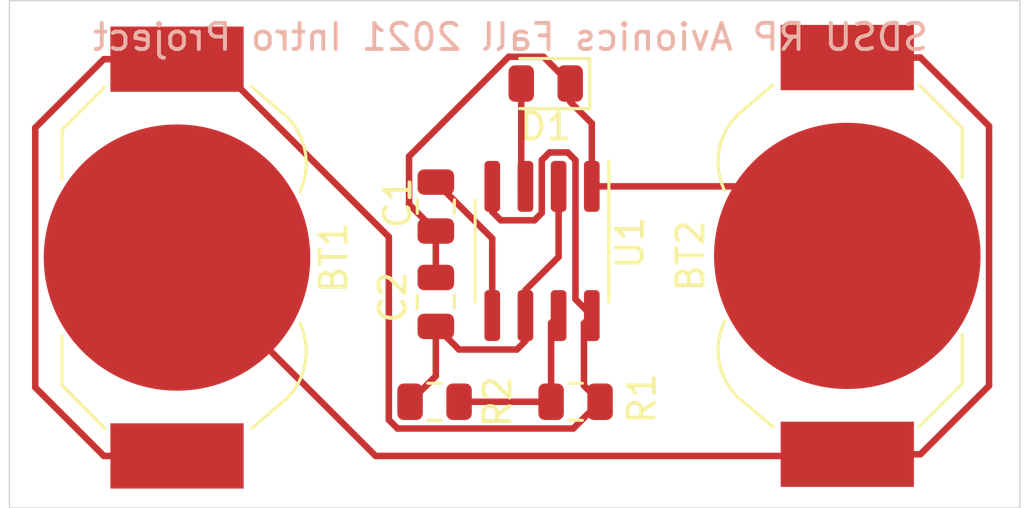
<source format=kicad_pcb>
(kicad_pcb (version 20171130) (host pcbnew "(5.1.5)-3")

  (general
    (thickness 1.6)
    (drawings 5)
    (tracks 65)
    (zones 0)
    (modules 8)
    (nets 8)
  )

  (page A4)
  (layers
    (0 F.Cu signal)
    (31 B.Cu signal)
    (32 B.Adhes user)
    (33 F.Adhes user)
    (34 B.Paste user)
    (35 F.Paste user)
    (36 B.SilkS user)
    (37 F.SilkS user)
    (38 B.Mask user)
    (39 F.Mask user)
    (40 Dwgs.User user)
    (41 Cmts.User user)
    (42 Eco1.User user)
    (43 Eco2.User user)
    (44 Edge.Cuts user)
    (45 Margin user)
    (46 B.CrtYd user hide)
    (47 F.CrtYd user hide)
    (48 B.Fab user)
    (49 F.Fab user hide)
  )

  (setup
    (last_trace_width 0.25)
    (trace_clearance 0.2)
    (zone_clearance 0.508)
    (zone_45_only no)
    (trace_min 0.2)
    (via_size 0.8)
    (via_drill 0.4)
    (via_min_size 0.4)
    (via_min_drill 0.3)
    (uvia_size 0.3)
    (uvia_drill 0.1)
    (uvias_allowed no)
    (uvia_min_size 0.2)
    (uvia_min_drill 0.1)
    (edge_width 0.05)
    (segment_width 0.2)
    (pcb_text_width 0.3)
    (pcb_text_size 1.5 1.5)
    (mod_edge_width 0.12)
    (mod_text_size 1 1)
    (mod_text_width 0.15)
    (pad_size 1.524 1.524)
    (pad_drill 0.762)
    (pad_to_mask_clearance 0.051)
    (solder_mask_min_width 0.25)
    (aux_axis_origin 0 0)
    (visible_elements FFFFFF7F)
    (pcbplotparams
      (layerselection 0x010fc_ffffffff)
      (usegerberextensions false)
      (usegerberattributes false)
      (usegerberadvancedattributes false)
      (creategerberjobfile false)
      (excludeedgelayer true)
      (linewidth 0.100000)
      (plotframeref false)
      (viasonmask false)
      (mode 1)
      (useauxorigin false)
      (hpglpennumber 1)
      (hpglpenspeed 20)
      (hpglpendiameter 15.000000)
      (psnegative false)
      (psa4output false)
      (plotreference true)
      (plotvalue true)
      (plotinvisibletext false)
      (padsonsilk false)
      (subtractmaskfromsilk false)
      (outputformat 1)
      (mirror false)
      (drillshape 0)
      (scaleselection 1)
      (outputdirectory "Gerbers/"))
  )

  (net 0 "")
  (net 1 VCC)
  (net 2 "Net-(BT1-Pad2)")
  (net 3 GND)
  (net 4 "Net-(C1-Pad1)")
  (net 5 "Net-(C2-Pad2)")
  (net 6 "Net-(D1-Pad2)")
  (net 7 "Net-(R1-Pad1)")

  (net_class Default "This is the default net class."
    (clearance 0.2)
    (trace_width 0.25)
    (via_dia 0.8)
    (via_drill 0.4)
    (uvia_dia 0.3)
    (uvia_drill 0.1)
    (add_net GND)
    (add_net "Net-(BT1-Pad2)")
    (add_net "Net-(C1-Pad1)")
    (add_net "Net-(C2-Pad2)")
    (add_net "Net-(D1-Pad2)")
    (add_net "Net-(R1-Pad1)")
    (add_net VCC)
  )

  (module Package_SO:SOIC-8_3.9x4.9mm_P1.27mm (layer F.Cu) (tedit 5D9F72B1) (tstamp 6125CD7D)
    (at 134.6835 75.5665 270)
    (descr "SOIC, 8 Pin (JEDEC MS-012AA, https://www.analog.com/media/en/package-pcb-resources/package/pkg_pdf/soic_narrow-r/r_8.pdf), generated with kicad-footprint-generator ipc_gullwing_generator.py")
    (tags "SOIC SO")
    (path /61255388)
    (attr smd)
    (fp_text reference U1 (at -0.319 -3.3655 90) (layer F.SilkS)
      (effects (font (size 1 1) (thickness 0.15)))
    )
    (fp_text value LM555 (at 0 3.4 90) (layer F.Fab)
      (effects (font (size 1 1) (thickness 0.15)))
    )
    (fp_line (start 0 2.56) (end 1.95 2.56) (layer F.SilkS) (width 0.12))
    (fp_line (start 0 2.56) (end -1.95 2.56) (layer F.SilkS) (width 0.12))
    (fp_line (start 0 -2.56) (end 1.95 -2.56) (layer F.SilkS) (width 0.12))
    (fp_line (start 0 -2.56) (end -3.45 -2.56) (layer F.SilkS) (width 0.12))
    (fp_line (start -0.975 -2.45) (end 1.95 -2.45) (layer F.Fab) (width 0.1))
    (fp_line (start 1.95 -2.45) (end 1.95 2.45) (layer F.Fab) (width 0.1))
    (fp_line (start 1.95 2.45) (end -1.95 2.45) (layer F.Fab) (width 0.1))
    (fp_line (start -1.95 2.45) (end -1.95 -1.475) (layer F.Fab) (width 0.1))
    (fp_line (start -1.95 -1.475) (end -0.975 -2.45) (layer F.Fab) (width 0.1))
    (fp_line (start -3.7 -2.7) (end -3.7 2.7) (layer F.CrtYd) (width 0.05))
    (fp_line (start -3.7 2.7) (end 3.7 2.7) (layer F.CrtYd) (width 0.05))
    (fp_line (start 3.7 2.7) (end 3.7 -2.7) (layer F.CrtYd) (width 0.05))
    (fp_line (start 3.7 -2.7) (end -3.7 -2.7) (layer F.CrtYd) (width 0.05))
    (fp_text user %R (at 0 0 90) (layer F.Fab)
      (effects (font (size 0.98 0.98) (thickness 0.15)))
    )
    (pad 1 smd roundrect (at -2.475 -1.905 270) (size 1.95 0.6) (layers F.Cu F.Paste F.Mask) (roundrect_rratio 0.25)
      (net 3 GND))
    (pad 2 smd roundrect (at -2.475 -0.635 270) (size 1.95 0.6) (layers F.Cu F.Paste F.Mask) (roundrect_rratio 0.25)
      (net 5 "Net-(C2-Pad2)"))
    (pad 3 smd roundrect (at -2.475 0.635 270) (size 1.95 0.6) (layers F.Cu F.Paste F.Mask) (roundrect_rratio 0.25)
      (net 6 "Net-(D1-Pad2)"))
    (pad 4 smd roundrect (at -2.475 1.905 270) (size 1.95 0.6) (layers F.Cu F.Paste F.Mask) (roundrect_rratio 0.25)
      (net 1 VCC))
    (pad 5 smd roundrect (at 2.475 1.905 270) (size 1.95 0.6) (layers F.Cu F.Paste F.Mask) (roundrect_rratio 0.25)
      (net 4 "Net-(C1-Pad1)"))
    (pad 6 smd roundrect (at 2.475 0.635 270) (size 1.95 0.6) (layers F.Cu F.Paste F.Mask) (roundrect_rratio 0.25)
      (net 5 "Net-(C2-Pad2)"))
    (pad 7 smd roundrect (at 2.475 -0.635 270) (size 1.95 0.6) (layers F.Cu F.Paste F.Mask) (roundrect_rratio 0.25)
      (net 7 "Net-(R1-Pad1)"))
    (pad 8 smd roundrect (at 2.475 -1.905 270) (size 1.95 0.6) (layers F.Cu F.Paste F.Mask) (roundrect_rratio 0.25)
      (net 1 VCC))
    (model ${KISYS3DMOD}/Package_SO.3dshapes/SOIC-8_3.9x4.9mm_P1.27mm.wrl
      (at (xyz 0 0 0))
      (scale (xyz 1 1 1))
      (rotate (xyz 0 0 0))
    )
  )

  (module Battery:BatteryHolder_LINX_BAT-HLD-012-SMT (layer F.Cu) (tedit 5D9C8191) (tstamp 6125BFFA)
    (at 146.3675 75.7555 270)
    (descr "SMT battery holder for CR1216/1220/1225, https://linxtechnologies.com/wp/wp-content/uploads/bat-hld-012-smt.pdf")
    (tags "battery holder coin cell cr1216 cr1220 cr1225")
    (path /612702AB)
    (attr smd)
    (fp_text reference BT2 (at 0 6 90) (layer F.SilkS)
      (effects (font (size 1 1) (thickness 0.15)))
    )
    (fp_text value 3V (at 0 -7 90) (layer F.Fab)
      (effects (font (size 1 1) (thickness 0.15)))
    )
    (fp_arc (start -3.6 2.4) (end -5.4 4.2) (angle -70.5) (layer F.SilkS) (width 0.12))
    (fp_arc (start -3.6 2.4) (end -1.8 4.2) (angle 90) (layer F.Fab) (width 0.1))
    (fp_arc (start 3.6 2.4) (end 5.4 4.2) (angle 90) (layer F.Fab) (width 0.1))
    (fp_text user %R (at 0 0 90) (layer F.Fab)
      (effects (font (size 1 1) (thickness 0.15)))
    )
    (fp_line (start -7.65 -2.55) (end -7.65 -0.55) (layer F.Fab) (width 0.1))
    (fp_line (start -7.65 -2.55) (end -6.75 -2.55) (layer F.Fab) (width 0.1))
    (fp_line (start -7.65 -0.55) (end -6.75 -0.55) (layer F.Fab) (width 0.1))
    (fp_line (start -6.75 0.55) (end -7.65 0.55) (layer F.Fab) (width 0.1))
    (fp_line (start -7.65 0.55) (end -7.65 2.55) (layer F.Fab) (width 0.1))
    (fp_line (start -7.65 2.55) (end -6.75 2.55) (layer F.Fab) (width 0.1))
    (fp_line (start 6.75 2.55) (end 7.65 2.55) (layer F.Fab) (width 0.1))
    (fp_line (start 7.65 2.55) (end 7.65 0.55) (layer F.Fab) (width 0.1))
    (fp_line (start 7.65 0.55) (end 6.75 0.55) (layer F.Fab) (width 0.1))
    (fp_line (start 6.75 -0.55) (end 7.65 -0.55) (layer F.Fab) (width 0.1))
    (fp_line (start 7.65 -0.55) (end 7.65 -2.55) (layer F.Fab) (width 0.1))
    (fp_line (start 7.65 -2.55) (end 6.75 -2.55) (layer F.Fab) (width 0.1))
    (fp_line (start -6.75 2.85) (end -6.75 -2.75) (layer F.Fab) (width 0.1))
    (fp_line (start 6.75 2.85) (end 6.75 -2.75) (layer F.Fab) (width 0.1))
    (fp_line (start 4.9 -4.4) (end -4.9 -4.4) (layer F.Fab) (width 0.1))
    (fp_line (start -6.7 -2.9) (end -5.05 -4.55) (layer F.Fab) (width 0.1))
    (fp_line (start 6.7 -2.9) (end 5.05 -4.55) (layer F.Fab) (width 0.1))
    (fp_line (start 6.55 2.85) (end 6.55 -2.75) (layer F.Fab) (width 0.1))
    (fp_line (start 6.55 -2.75) (end 4.9 -4.4) (layer F.Fab) (width 0.1))
    (fp_line (start -6.55 2.85) (end -6.55 -2.75) (layer F.Fab) (width 0.1))
    (fp_line (start -6.55 -2.75) (end -4.9 -4.4) (layer F.Fab) (width 0.1))
    (fp_line (start -6.55 2.85) (end -5.4 4.2) (layer F.Fab) (width 0.1))
    (fp_line (start 6.55 2.85) (end 5.4 4.2) (layer F.Fab) (width 0.1))
    (fp_arc (start 3.6 2.4) (end 5.4 4.2) (angle 70.55996517) (layer F.SilkS) (width 0.12))
    (fp_arc (start 0 6) (end -1.8 4.2) (angle 90) (layer F.Fab) (width 0.1))
    (fp_circle (center 0 0) (end -6.25 0) (layer F.Fab) (width 0.1))
    (fp_line (start -9.35 3.05) (end -9.35 -3.05) (layer F.CrtYd) (width 0.05))
    (fp_line (start -9.35 -3.05) (end -7.25 -3.05) (layer F.CrtYd) (width 0.05))
    (fp_line (start -9.35 3.05) (end -7.25 3.05) (layer F.CrtYd) (width 0.05))
    (fp_line (start -7.25 -3.05) (end -3.55 -6.75) (layer F.CrtYd) (width 0.05))
    (fp_line (start -3.55 -6.75) (end 3.55 -6.75) (layer F.CrtYd) (width 0.05))
    (fp_line (start 3.55 -6.75) (end 7.25 -3.05) (layer F.CrtYd) (width 0.05))
    (fp_line (start 7.25 -3.05) (end 9.35 -3.05) (layer F.CrtYd) (width 0.05))
    (fp_line (start 9.35 -3.05) (end 9.35 3.05) (layer F.CrtYd) (width 0.05))
    (fp_line (start 9.35 3.05) (end 7.25 3.05) (layer F.CrtYd) (width 0.05))
    (fp_line (start -3.55 6.75) (end 3.55 6.75) (layer F.CrtYd) (width 0.05))
    (fp_line (start 3.55 6.75) (end 7.25 3.05) (layer F.CrtYd) (width 0.05))
    (fp_line (start -3.55 6.75) (end -7.25 3.05) (layer F.CrtYd) (width 0.05))
    (fp_line (start -6.75 2.85) (end -6.55 2.85) (layer F.Fab) (width 0.1))
    (fp_line (start 6.75 2.85) (end 6.55 2.85) (layer F.Fab) (width 0.1))
    (fp_line (start -6.75 -2.75) (end -6.55 -2.75) (layer F.Fab) (width 0.1))
    (fp_line (start -6.55 -2.75) (end -6.7 -2.9) (layer F.Fab) (width 0.1))
    (fp_line (start -5.05 -4.55) (end -4.9 -4.4) (layer F.Fab) (width 0.1))
    (fp_line (start 5.05 -4.55) (end 4.9 -4.4) (layer F.Fab) (width 0.1))
    (fp_line (start 6.55 -2.75) (end 6.7 -2.9) (layer F.Fab) (width 0.1))
    (fp_line (start 6.55 -2.75) (end 6.75 -2.75) (layer F.Fab) (width 0.1))
    (fp_line (start -6.55 -2.75) (end -4.9 -4.4) (layer F.SilkS) (width 0.12))
    (fp_line (start 4.9 -4.4) (end 6.55 -2.75) (layer F.SilkS) (width 0.12))
    (fp_line (start 4.9 -4.4) (end 3 -4.4) (layer F.SilkS) (width 0.12))
    (fp_line (start -4.9 -4.4) (end -3 -4.4) (layer F.SilkS) (width 0.12))
    (fp_line (start -6.55 2.85) (end -5.4 4.2) (layer F.SilkS) (width 0.12))
    (fp_line (start 6.55 2.85) (end 5.4 4.2) (layer F.SilkS) (width 0.12))
    (pad 2 smd circle (at 0 0 270) (size 10.2 10.2) (layers F.Cu F.Mask)
      (net 3 GND))
    (pad 1 smd rect (at 7.6 0 270) (size 2.5 5.1) (layers F.Cu F.Paste F.Mask)
      (net 2 "Net-(BT1-Pad2)"))
    (pad 1 smd rect (at -7.6 0 270) (size 2.5 5.1) (layers F.Cu F.Paste F.Mask)
      (net 2 "Net-(BT1-Pad2)"))
    (model ${KISYS3DMOD}/Battery.3dshapes/BatteryHolder_LINX_BAT-HLD-012-SMT.wrl
      (at (xyz 0 0 0))
      (scale (xyz 1 1 1))
      (rotate (xyz 0 0 0))
    )
  )

  (module Battery:BatteryHolder_LINX_BAT-HLD-012-SMT (layer F.Cu) (tedit 5D9C8191) (tstamp 6125B5B8)
    (at 120.7135 75.819 90)
    (descr "SMT battery holder for CR1216/1220/1225, https://linxtechnologies.com/wp/wp-content/uploads/bat-hld-012-smt.pdf")
    (tags "battery holder coin cell cr1216 cr1220 cr1225")
    (path /6126F98B)
    (attr smd)
    (fp_text reference BT1 (at 0 6 90) (layer F.SilkS)
      (effects (font (size 1 1) (thickness 0.15)))
    )
    (fp_text value 3V (at 0 -7 90) (layer F.Fab)
      (effects (font (size 1 1) (thickness 0.15)))
    )
    (fp_line (start 6.55 2.85) (end 5.4 4.2) (layer F.SilkS) (width 0.12))
    (fp_line (start -6.55 2.85) (end -5.4 4.2) (layer F.SilkS) (width 0.12))
    (fp_line (start -4.9 -4.4) (end -3 -4.4) (layer F.SilkS) (width 0.12))
    (fp_line (start 4.9 -4.4) (end 3 -4.4) (layer F.SilkS) (width 0.12))
    (fp_line (start 4.9 -4.4) (end 6.55 -2.75) (layer F.SilkS) (width 0.12))
    (fp_line (start -6.55 -2.75) (end -4.9 -4.4) (layer F.SilkS) (width 0.12))
    (fp_line (start 6.55 -2.75) (end 6.75 -2.75) (layer F.Fab) (width 0.1))
    (fp_line (start 6.55 -2.75) (end 6.7 -2.9) (layer F.Fab) (width 0.1))
    (fp_line (start 5.05 -4.55) (end 4.9 -4.4) (layer F.Fab) (width 0.1))
    (fp_line (start -5.05 -4.55) (end -4.9 -4.4) (layer F.Fab) (width 0.1))
    (fp_line (start -6.55 -2.75) (end -6.7 -2.9) (layer F.Fab) (width 0.1))
    (fp_line (start -6.75 -2.75) (end -6.55 -2.75) (layer F.Fab) (width 0.1))
    (fp_line (start 6.75 2.85) (end 6.55 2.85) (layer F.Fab) (width 0.1))
    (fp_line (start -6.75 2.85) (end -6.55 2.85) (layer F.Fab) (width 0.1))
    (fp_line (start -3.55 6.75) (end -7.25 3.05) (layer F.CrtYd) (width 0.05))
    (fp_line (start 3.55 6.75) (end 7.25 3.05) (layer F.CrtYd) (width 0.05))
    (fp_line (start -3.55 6.75) (end 3.55 6.75) (layer F.CrtYd) (width 0.05))
    (fp_line (start 9.35 3.05) (end 7.25 3.05) (layer F.CrtYd) (width 0.05))
    (fp_line (start 9.35 -3.05) (end 9.35 3.05) (layer F.CrtYd) (width 0.05))
    (fp_line (start 7.25 -3.05) (end 9.35 -3.05) (layer F.CrtYd) (width 0.05))
    (fp_line (start 3.55 -6.75) (end 7.25 -3.05) (layer F.CrtYd) (width 0.05))
    (fp_line (start -3.55 -6.75) (end 3.55 -6.75) (layer F.CrtYd) (width 0.05))
    (fp_line (start -7.25 -3.05) (end -3.55 -6.75) (layer F.CrtYd) (width 0.05))
    (fp_line (start -9.35 3.05) (end -7.25 3.05) (layer F.CrtYd) (width 0.05))
    (fp_line (start -9.35 -3.05) (end -7.25 -3.05) (layer F.CrtYd) (width 0.05))
    (fp_line (start -9.35 3.05) (end -9.35 -3.05) (layer F.CrtYd) (width 0.05))
    (fp_circle (center 0 0) (end -6.25 0) (layer F.Fab) (width 0.1))
    (fp_arc (start 0 6) (end -1.8 4.2) (angle 90) (layer F.Fab) (width 0.1))
    (fp_arc (start 3.6 2.4) (end 5.4 4.2) (angle 70.55996517) (layer F.SilkS) (width 0.12))
    (fp_line (start 6.55 2.85) (end 5.4 4.2) (layer F.Fab) (width 0.1))
    (fp_line (start -6.55 2.85) (end -5.4 4.2) (layer F.Fab) (width 0.1))
    (fp_line (start -6.55 -2.75) (end -4.9 -4.4) (layer F.Fab) (width 0.1))
    (fp_line (start -6.55 2.85) (end -6.55 -2.75) (layer F.Fab) (width 0.1))
    (fp_line (start 6.55 -2.75) (end 4.9 -4.4) (layer F.Fab) (width 0.1))
    (fp_line (start 6.55 2.85) (end 6.55 -2.75) (layer F.Fab) (width 0.1))
    (fp_line (start 6.7 -2.9) (end 5.05 -4.55) (layer F.Fab) (width 0.1))
    (fp_line (start -6.7 -2.9) (end -5.05 -4.55) (layer F.Fab) (width 0.1))
    (fp_line (start 4.9 -4.4) (end -4.9 -4.4) (layer F.Fab) (width 0.1))
    (fp_line (start 6.75 2.85) (end 6.75 -2.75) (layer F.Fab) (width 0.1))
    (fp_line (start -6.75 2.85) (end -6.75 -2.75) (layer F.Fab) (width 0.1))
    (fp_line (start 7.65 -2.55) (end 6.75 -2.55) (layer F.Fab) (width 0.1))
    (fp_line (start 7.65 -0.55) (end 7.65 -2.55) (layer F.Fab) (width 0.1))
    (fp_line (start 6.75 -0.55) (end 7.65 -0.55) (layer F.Fab) (width 0.1))
    (fp_line (start 7.65 0.55) (end 6.75 0.55) (layer F.Fab) (width 0.1))
    (fp_line (start 7.65 2.55) (end 7.65 0.55) (layer F.Fab) (width 0.1))
    (fp_line (start 6.75 2.55) (end 7.65 2.55) (layer F.Fab) (width 0.1))
    (fp_line (start -7.65 2.55) (end -6.75 2.55) (layer F.Fab) (width 0.1))
    (fp_line (start -7.65 0.55) (end -7.65 2.55) (layer F.Fab) (width 0.1))
    (fp_line (start -6.75 0.55) (end -7.65 0.55) (layer F.Fab) (width 0.1))
    (fp_line (start -7.65 -0.55) (end -6.75 -0.55) (layer F.Fab) (width 0.1))
    (fp_line (start -7.65 -2.55) (end -6.75 -2.55) (layer F.Fab) (width 0.1))
    (fp_line (start -7.65 -2.55) (end -7.65 -0.55) (layer F.Fab) (width 0.1))
    (fp_text user %R (at 0 0 90) (layer F.Fab)
      (effects (font (size 1 1) (thickness 0.15)))
    )
    (fp_arc (start 3.6 2.4) (end 5.4 4.2) (angle 90) (layer F.Fab) (width 0.1))
    (fp_arc (start -3.6 2.4) (end -1.8 4.2) (angle 90) (layer F.Fab) (width 0.1))
    (fp_arc (start -3.6 2.4) (end -5.4 4.2) (angle -70.5) (layer F.SilkS) (width 0.12))
    (pad 1 smd rect (at -7.6 0 90) (size 2.5 5.1) (layers F.Cu F.Paste F.Mask)
      (net 1 VCC))
    (pad 1 smd rect (at 7.6 0 90) (size 2.5 5.1) (layers F.Cu F.Paste F.Mask)
      (net 1 VCC))
    (pad 2 smd circle (at 0 0 90) (size 10.2 10.2) (layers F.Cu F.Mask)
      (net 2 "Net-(BT1-Pad2)"))
    (model ${KISYS3DMOD}/Battery.3dshapes/BatteryHolder_LINX_BAT-HLD-012-SMT.wrl
      (at (xyz 0 0 0))
      (scale (xyz 1 1 1))
      (rotate (xyz 0 0 0))
    )
  )

  (module Capacitor_SMD:C_0805_2012Metric (layer F.Cu) (tedit 5B36C52B) (tstamp 6125B608)
    (at 130.6195 73.8655 270)
    (descr "Capacitor SMD 0805 (2012 Metric), square (rectangular) end terminal, IPC_7351 nominal, (Body size source: https://docs.google.com/spreadsheets/d/1BsfQQcO9C6DZCsRaXUlFlo91Tg2WpOkGARC1WS5S8t0/edit?usp=sharing), generated with kicad-footprint-generator")
    (tags capacitor)
    (path /61257EE7)
    (attr smd)
    (fp_text reference C1 (at -0.142 1.4605 270) (layer F.SilkS)
      (effects (font (size 1 1) (thickness 0.15)))
    )
    (fp_text value 0.01u (at 0 1.65 90) (layer F.Fab)
      (effects (font (size 1 1) (thickness 0.15)))
    )
    (fp_text user %R (at 0 0 90) (layer F.Fab)
      (effects (font (size 0.5 0.5) (thickness 0.08)))
    )
    (fp_line (start 1.68 0.95) (end -1.68 0.95) (layer F.CrtYd) (width 0.05))
    (fp_line (start 1.68 -0.95) (end 1.68 0.95) (layer F.CrtYd) (width 0.05))
    (fp_line (start -1.68 -0.95) (end 1.68 -0.95) (layer F.CrtYd) (width 0.05))
    (fp_line (start -1.68 0.95) (end -1.68 -0.95) (layer F.CrtYd) (width 0.05))
    (fp_line (start -0.258578 0.71) (end 0.258578 0.71) (layer F.SilkS) (width 0.12))
    (fp_line (start -0.258578 -0.71) (end 0.258578 -0.71) (layer F.SilkS) (width 0.12))
    (fp_line (start 1 0.6) (end -1 0.6) (layer F.Fab) (width 0.1))
    (fp_line (start 1 -0.6) (end 1 0.6) (layer F.Fab) (width 0.1))
    (fp_line (start -1 -0.6) (end 1 -0.6) (layer F.Fab) (width 0.1))
    (fp_line (start -1 0.6) (end -1 -0.6) (layer F.Fab) (width 0.1))
    (pad 2 smd roundrect (at 0.9375 0 270) (size 0.975 1.4) (layers F.Cu F.Paste F.Mask) (roundrect_rratio 0.25)
      (net 3 GND))
    (pad 1 smd roundrect (at -0.9375 0 270) (size 0.975 1.4) (layers F.Cu F.Paste F.Mask) (roundrect_rratio 0.25)
      (net 4 "Net-(C1-Pad1)"))
    (model ${KISYS3DMOD}/Capacitor_SMD.3dshapes/C_0805_2012Metric.wrl
      (at (xyz 0 0 0))
      (scale (xyz 1 1 1))
      (rotate (xyz 0 0 0))
    )
  )

  (module Capacitor_SMD:C_0805_2012Metric (layer F.Cu) (tedit 5B36C52B) (tstamp 6125B619)
    (at 130.6195 77.5185 270)
    (descr "Capacitor SMD 0805 (2012 Metric), square (rectangular) end terminal, IPC_7351 nominal, (Body size source: https://docs.google.com/spreadsheets/d/1BsfQQcO9C6DZCsRaXUlFlo91Tg2WpOkGARC1WS5S8t0/edit?usp=sharing), generated with kicad-footprint-generator")
    (tags capacitor)
    (path /6125794E)
    (attr smd)
    (fp_text reference C2 (at -0.1755 1.651 90) (layer F.SilkS)
      (effects (font (size 1 1) (thickness 0.15)))
    )
    (fp_text value 10u (at 0 1.65 90) (layer F.Fab)
      (effects (font (size 1 1) (thickness 0.15)))
    )
    (fp_line (start -1 0.6) (end -1 -0.6) (layer F.Fab) (width 0.1))
    (fp_line (start -1 -0.6) (end 1 -0.6) (layer F.Fab) (width 0.1))
    (fp_line (start 1 -0.6) (end 1 0.6) (layer F.Fab) (width 0.1))
    (fp_line (start 1 0.6) (end -1 0.6) (layer F.Fab) (width 0.1))
    (fp_line (start -0.258578 -0.71) (end 0.258578 -0.71) (layer F.SilkS) (width 0.12))
    (fp_line (start -0.258578 0.71) (end 0.258578 0.71) (layer F.SilkS) (width 0.12))
    (fp_line (start -1.68 0.95) (end -1.68 -0.95) (layer F.CrtYd) (width 0.05))
    (fp_line (start -1.68 -0.95) (end 1.68 -0.95) (layer F.CrtYd) (width 0.05))
    (fp_line (start 1.68 -0.95) (end 1.68 0.95) (layer F.CrtYd) (width 0.05))
    (fp_line (start 1.68 0.95) (end -1.68 0.95) (layer F.CrtYd) (width 0.05))
    (fp_text user %R (at 0 0 90) (layer F.Fab)
      (effects (font (size 0.5 0.5) (thickness 0.08)))
    )
    (pad 1 smd roundrect (at -0.9375 0 270) (size 0.975 1.4) (layers F.Cu F.Paste F.Mask) (roundrect_rratio 0.25)
      (net 3 GND))
    (pad 2 smd roundrect (at 0.9375 0 270) (size 0.975 1.4) (layers F.Cu F.Paste F.Mask) (roundrect_rratio 0.25)
      (net 5 "Net-(C2-Pad2)"))
    (model ${KISYS3DMOD}/Capacitor_SMD.3dshapes/C_0805_2012Metric.wrl
      (at (xyz 0 0 0))
      (scale (xyz 1 1 1))
      (rotate (xyz 0 0 0))
    )
  )

  (module LED_SMD:LED_0805_2012Metric (layer F.Cu) (tedit 5B36C52C) (tstamp 6125B62C)
    (at 134.8255 69.1515 180)
    (descr "LED SMD 0805 (2012 Metric), square (rectangular) end terminal, IPC_7351 nominal, (Body size source: https://docs.google.com/spreadsheets/d/1BsfQQcO9C6DZCsRaXUlFlo91Tg2WpOkGARC1WS5S8t0/edit?usp=sharing), generated with kicad-footprint-generator")
    (tags diode)
    (path /6125F78C)
    (attr smd)
    (fp_text reference D1 (at 0 -1.65) (layer F.SilkS)
      (effects (font (size 1 1) (thickness 0.15)))
    )
    (fp_text value LED (at 0 1.65) (layer F.Fab)
      (effects (font (size 1 1) (thickness 0.15)))
    )
    (fp_line (start 1 -0.6) (end -0.7 -0.6) (layer F.Fab) (width 0.1))
    (fp_line (start -0.7 -0.6) (end -1 -0.3) (layer F.Fab) (width 0.1))
    (fp_line (start -1 -0.3) (end -1 0.6) (layer F.Fab) (width 0.1))
    (fp_line (start -1 0.6) (end 1 0.6) (layer F.Fab) (width 0.1))
    (fp_line (start 1 0.6) (end 1 -0.6) (layer F.Fab) (width 0.1))
    (fp_line (start 1 -0.96) (end -1.685 -0.96) (layer F.SilkS) (width 0.12))
    (fp_line (start -1.685 -0.96) (end -1.685 0.96) (layer F.SilkS) (width 0.12))
    (fp_line (start -1.685 0.96) (end 1 0.96) (layer F.SilkS) (width 0.12))
    (fp_line (start -1.68 0.95) (end -1.68 -0.95) (layer F.CrtYd) (width 0.05))
    (fp_line (start -1.68 -0.95) (end 1.68 -0.95) (layer F.CrtYd) (width 0.05))
    (fp_line (start 1.68 -0.95) (end 1.68 0.95) (layer F.CrtYd) (width 0.05))
    (fp_line (start 1.68 0.95) (end -1.68 0.95) (layer F.CrtYd) (width 0.05))
    (fp_text user %R (at 0 0) (layer F.Fab)
      (effects (font (size 0.5 0.5) (thickness 0.08)))
    )
    (pad 1 smd roundrect (at -0.9375 0 180) (size 0.975 1.4) (layers F.Cu F.Paste F.Mask) (roundrect_rratio 0.25)
      (net 3 GND))
    (pad 2 smd roundrect (at 0.9375 0 180) (size 0.975 1.4) (layers F.Cu F.Paste F.Mask) (roundrect_rratio 0.25)
      (net 6 "Net-(D1-Pad2)"))
    (model ${KISYS3DMOD}/LED_SMD.3dshapes/LED_0805_2012Metric.wrl
      (at (xyz 0 0 0))
      (scale (xyz 1 1 1))
      (rotate (xyz 0 0 0))
    )
  )

  (module Resistor_SMD:R_0805_2012Metric (layer F.Cu) (tedit 5B36C52B) (tstamp 6125B63D)
    (at 135.9685 81.3435)
    (descr "Resistor SMD 0805 (2012 Metric), square (rectangular) end terminal, IPC_7351 nominal, (Body size source: https://docs.google.com/spreadsheets/d/1BsfQQcO9C6DZCsRaXUlFlo91Tg2WpOkGARC1WS5S8t0/edit?usp=sharing), generated with kicad-footprint-generator")
    (tags resistor)
    (path /61256EE1)
    (attr smd)
    (fp_text reference R1 (at 2.54 -0.127 90) (layer F.SilkS)
      (effects (font (size 1 1) (thickness 0.15)))
    )
    (fp_text value 5k (at 0 1.65) (layer F.Fab)
      (effects (font (size 1 1) (thickness 0.15)))
    )
    (fp_line (start -1 0.6) (end -1 -0.6) (layer F.Fab) (width 0.1))
    (fp_line (start -1 -0.6) (end 1 -0.6) (layer F.Fab) (width 0.1))
    (fp_line (start 1 -0.6) (end 1 0.6) (layer F.Fab) (width 0.1))
    (fp_line (start 1 0.6) (end -1 0.6) (layer F.Fab) (width 0.1))
    (fp_line (start -0.258578 -0.71) (end 0.258578 -0.71) (layer F.SilkS) (width 0.12))
    (fp_line (start -0.258578 0.71) (end 0.258578 0.71) (layer F.SilkS) (width 0.12))
    (fp_line (start -1.68 0.95) (end -1.68 -0.95) (layer F.CrtYd) (width 0.05))
    (fp_line (start -1.68 -0.95) (end 1.68 -0.95) (layer F.CrtYd) (width 0.05))
    (fp_line (start 1.68 -0.95) (end 1.68 0.95) (layer F.CrtYd) (width 0.05))
    (fp_line (start 1.68 0.95) (end -1.68 0.95) (layer F.CrtYd) (width 0.05))
    (fp_text user %R (at 0 0) (layer F.Fab)
      (effects (font (size 0.5 0.5) (thickness 0.08)))
    )
    (pad 1 smd roundrect (at -0.9375 0) (size 0.975 1.4) (layers F.Cu F.Paste F.Mask) (roundrect_rratio 0.25)
      (net 7 "Net-(R1-Pad1)"))
    (pad 2 smd roundrect (at 0.9375 0) (size 0.975 1.4) (layers F.Cu F.Paste F.Mask) (roundrect_rratio 0.25)
      (net 1 VCC))
    (model ${KISYS3DMOD}/Resistor_SMD.3dshapes/R_0805_2012Metric.wrl
      (at (xyz 0 0 0))
      (scale (xyz 1 1 1))
      (rotate (xyz 0 0 0))
    )
  )

  (module Resistor_SMD:R_0805_2012Metric (layer F.Cu) (tedit 5B36C52B) (tstamp 6125B64E)
    (at 130.571 81.3435)
    (descr "Resistor SMD 0805 (2012 Metric), square (rectangular) end terminal, IPC_7351 nominal, (Body size source: https://docs.google.com/spreadsheets/d/1BsfQQcO9C6DZCsRaXUlFlo91Tg2WpOkGARC1WS5S8t0/edit?usp=sharing), generated with kicad-footprint-generator")
    (tags resistor)
    (path /6125745D)
    (attr smd)
    (fp_text reference R2 (at 2.413 0 90) (layer F.SilkS)
      (effects (font (size 1 1) (thickness 0.15)))
    )
    (fp_text value 10k (at 0 1.65) (layer F.Fab)
      (effects (font (size 1 1) (thickness 0.15)))
    )
    (fp_text user %R (at 0 0) (layer F.Fab)
      (effects (font (size 0.5 0.5) (thickness 0.08)))
    )
    (fp_line (start 1.68 0.95) (end -1.68 0.95) (layer F.CrtYd) (width 0.05))
    (fp_line (start 1.68 -0.95) (end 1.68 0.95) (layer F.CrtYd) (width 0.05))
    (fp_line (start -1.68 -0.95) (end 1.68 -0.95) (layer F.CrtYd) (width 0.05))
    (fp_line (start -1.68 0.95) (end -1.68 -0.95) (layer F.CrtYd) (width 0.05))
    (fp_line (start -0.258578 0.71) (end 0.258578 0.71) (layer F.SilkS) (width 0.12))
    (fp_line (start -0.258578 -0.71) (end 0.258578 -0.71) (layer F.SilkS) (width 0.12))
    (fp_line (start 1 0.6) (end -1 0.6) (layer F.Fab) (width 0.1))
    (fp_line (start 1 -0.6) (end 1 0.6) (layer F.Fab) (width 0.1))
    (fp_line (start -1 -0.6) (end 1 -0.6) (layer F.Fab) (width 0.1))
    (fp_line (start -1 0.6) (end -1 -0.6) (layer F.Fab) (width 0.1))
    (pad 2 smd roundrect (at 0.9375 0) (size 0.975 1.4) (layers F.Cu F.Paste F.Mask) (roundrect_rratio 0.25)
      (net 7 "Net-(R1-Pad1)"))
    (pad 1 smd roundrect (at -0.9375 0) (size 0.975 1.4) (layers F.Cu F.Paste F.Mask) (roundrect_rratio 0.25)
      (net 5 "Net-(C2-Pad2)"))
    (model ${KISYS3DMOD}/Resistor_SMD.3dshapes/R_0805_2012Metric.wrl
      (at (xyz 0 0 0))
      (scale (xyz 1 1 1))
      (rotate (xyz 0 0 0))
    )
  )

  (gr_text "SDSU RP Avionics Fall 2021 Intro Project\n" (at 133.477 67.3735) (layer B.SilkS)
    (effects (font (size 1 1) (thickness 0.15)) (justify mirror))
  )
  (gr_line (start 114.3 85.4075) (end 152.9715 85.4075) (layer Edge.Cuts) (width 0.05) (tstamp 6125DD8F))
  (gr_line (start 114.3 65.9765) (end 114.3 85.4075) (layer Edge.Cuts) (width 0.05) (tstamp 6125DD85))
  (gr_line (start 152.9715 65.9765) (end 152.9715 85.4075) (layer Edge.Cuts) (width 0.05))
  (gr_line (start 114.3 65.9765) (end 152.9715 65.9765) (layer Edge.Cuts) (width 0.05))

  (segment (start 136.2885 80.726) (end 136.420473 80.857973) (width 0.25) (layer F.Cu) (net 1))
  (segment (start 136.2885 78.3415) (end 136.2885 80.726) (width 0.25) (layer F.Cu) (net 1))
  (segment (start 136.420473 80.857973) (end 136.906 81.3435) (width 0.25) (layer F.Cu) (net 1))
  (segment (start 136.5885 78.0415) (end 136.2885 78.3415) (width 0.25) (layer F.Cu) (net 1))
  (segment (start 135.96349 77.41649) (end 136.2885 77.7415) (width 0.25) (layer F.Cu) (net 1))
  (segment (start 135.96349 72.089722) (end 135.96349 77.41649) (width 0.25) (layer F.Cu) (net 1))
  (segment (start 136.2885 77.7415) (end 136.5885 78.0415) (width 0.25) (layer F.Cu) (net 1))
  (segment (start 134.67351 72.089722) (end 134.971742 71.79149) (width 0.25) (layer F.Cu) (net 1))
  (segment (start 135.665258 71.79149) (end 135.96349 72.089722) (width 0.25) (layer F.Cu) (net 1))
  (segment (start 134.395258 74.39151) (end 134.67351 74.113258) (width 0.25) (layer F.Cu) (net 1))
  (segment (start 134.971742 71.79149) (end 135.665258 71.79149) (width 0.25) (layer F.Cu) (net 1))
  (segment (start 134.67351 74.113258) (end 134.67351 72.089722) (width 0.25) (layer F.Cu) (net 1))
  (segment (start 133.10351 74.39151) (end 134.395258 74.39151) (width 0.25) (layer F.Cu) (net 1))
  (segment (start 132.7785 74.0665) (end 133.10351 74.39151) (width 0.25) (layer F.Cu) (net 1))
  (segment (start 132.7785 73.0915) (end 132.7785 74.0665) (width 0.25) (layer F.Cu) (net 1))
  (segment (start 117.9135 83.419) (end 120.7135 83.419) (width 0.25) (layer F.Cu) (net 1))
  (segment (start 115.288499 80.793999) (end 117.9135 83.419) (width 0.25) (layer F.Cu) (net 1))
  (segment (start 115.288499 70.844001) (end 115.288499 80.793999) (width 0.25) (layer F.Cu) (net 1))
  (segment (start 117.9135 68.219) (end 115.288499 70.844001) (width 0.25) (layer F.Cu) (net 1))
  (segment (start 120.7135 68.219) (end 117.9135 68.219) (width 0.25) (layer F.Cu) (net 1))
  (segment (start 129.15416 82.36851) (end 135.88099 82.36851) (width 0.25) (layer F.Cu) (net 1))
  (segment (start 136.420473 81.829027) (end 136.906 81.3435) (width 0.25) (layer F.Cu) (net 1))
  (segment (start 128.82099 82.03534) (end 129.15416 82.36851) (width 0.25) (layer F.Cu) (net 1))
  (segment (start 128.82099 75.02649) (end 128.82099 82.03534) (width 0.25) (layer F.Cu) (net 1))
  (segment (start 122.0135 68.219) (end 128.82099 75.02649) (width 0.25) (layer F.Cu) (net 1))
  (segment (start 135.88099 82.36851) (end 136.420473 81.829027) (width 0.25) (layer F.Cu) (net 1))
  (segment (start 120.7135 68.219) (end 122.0135 68.219) (width 0.25) (layer F.Cu) (net 1))
  (segment (start 128.3135 83.419) (end 144.9705 83.419) (width 0.25) (layer F.Cu) (net 2))
  (segment (start 120.7135 75.819) (end 128.3135 83.419) (width 0.25) (layer F.Cu) (net 2))
  (segment (start 149.1675 83.3555) (end 146.3675 83.3555) (width 0.25) (layer F.Cu) (net 2))
  (segment (start 151.792501 80.730499) (end 149.1675 83.3555) (width 0.25) (layer F.Cu) (net 2))
  (segment (start 151.792501 70.780501) (end 151.792501 80.730499) (width 0.25) (layer F.Cu) (net 2))
  (segment (start 149.1675 68.1555) (end 151.792501 70.780501) (width 0.25) (layer F.Cu) (net 2))
  (segment (start 146.3675 68.1555) (end 149.1675 68.1555) (width 0.25) (layer F.Cu) (net 2))
  (segment (start 136.5885 72.1165) (end 136.5885 73.0915) (width 0.25) (layer F.Cu) (net 3))
  (segment (start 136.5885 70.677) (end 136.5885 72.1165) (width 0.25) (layer F.Cu) (net 3))
  (segment (start 135.763 69.8515) (end 136.5885 70.677) (width 0.25) (layer F.Cu) (net 3))
  (segment (start 135.763 69.1515) (end 135.763 69.8515) (width 0.25) (layer F.Cu) (net 3))
  (segment (start 130.6195 76.581) (end 130.6195 74.803) (width 0.25) (layer F.Cu) (net 3))
  (segment (start 135.277473 68.665973) (end 135.763 69.1515) (width 0.25) (layer F.Cu) (net 3))
  (segment (start 133.40866 68.12649) (end 134.73799 68.12649) (width 0.25) (layer F.Cu) (net 3))
  (segment (start 129.59449 71.94066) (end 133.40866 68.12649) (width 0.25) (layer F.Cu) (net 3))
  (segment (start 129.59449 73.77799) (end 129.59449 71.94066) (width 0.25) (layer F.Cu) (net 3))
  (segment (start 134.73799 68.12649) (end 135.277473 68.665973) (width 0.25) (layer F.Cu) (net 3))
  (segment (start 130.6195 74.803) (end 129.59449 73.77799) (width 0.25) (layer F.Cu) (net 3))
  (segment (start 143.7035 73.0915) (end 146.3675 75.7555) (width 0.25) (layer F.Cu) (net 3))
  (segment (start 136.5885 73.0915) (end 143.7035 73.0915) (width 0.25) (layer F.Cu) (net 3))
  (segment (start 132.7785 75.087) (end 132.7785 78.0415) (width 0.25) (layer F.Cu) (net 4))
  (segment (start 130.6195 72.928) (end 132.7785 75.087) (width 0.25) (layer F.Cu) (net 4))
  (segment (start 130.6195 80.3575) (end 130.6195 78.456) (width 0.25) (layer F.Cu) (net 5))
  (segment (start 129.6335 81.3435) (end 130.6195 80.3575) (width 0.25) (layer F.Cu) (net 5))
  (segment (start 134.0485 79.0165) (end 134.0485 78.0415) (width 0.25) (layer F.Cu) (net 5))
  (segment (start 133.72349 79.34151) (end 134.0485 79.0165) (width 0.25) (layer F.Cu) (net 5))
  (segment (start 131.50501 79.34151) (end 133.72349 79.34151) (width 0.25) (layer F.Cu) (net 5))
  (segment (start 130.6195 78.456) (end 131.50501 79.34151) (width 0.25) (layer F.Cu) (net 5))
  (segment (start 135.3185 75.7965) (end 135.3185 74.0665) (width 0.25) (layer F.Cu) (net 5))
  (segment (start 135.3185 74.0665) (end 135.3185 73.0915) (width 0.25) (layer F.Cu) (net 5))
  (segment (start 134.0485 77.0665) (end 135.3185 75.7965) (width 0.25) (layer F.Cu) (net 5))
  (segment (start 134.0485 78.0415) (end 134.0485 77.0665) (width 0.25) (layer F.Cu) (net 5))
  (segment (start 133.888 69.1515) (end 133.888 73.3125) (width 0.25) (layer F.Cu) (net 6))
  (segment (start 134.0485 73.152) (end 134.0485 73.0915) (width 0.25) (layer F.Cu) (net 6))
  (segment (start 133.888 73.3125) (end 134.0485 73.152) (width 0.25) (layer F.Cu) (net 6))
  (segment (start 131.5085 81.3435) (end 135.031 81.3435) (width 0.25) (layer F.Cu) (net 7))
  (segment (start 135.031 78.329) (end 135.3185 78.0415) (width 0.25) (layer F.Cu) (net 7))
  (segment (start 135.031 81.3435) (end 135.031 78.329) (width 0.25) (layer F.Cu) (net 7))

)

</source>
